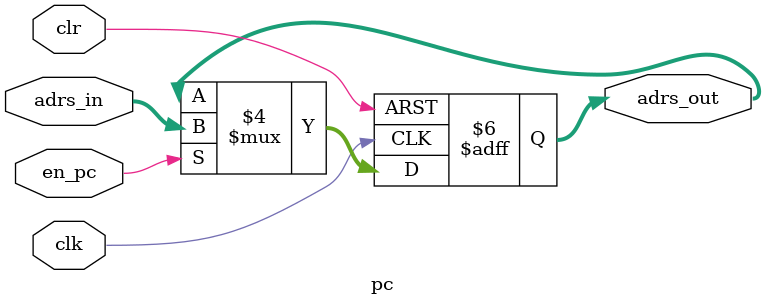
<source format=v>
module pc(
	  clk,
	  clr,
	  adrs_in,
	  adrs_out,
	  en_pc
	  );
   
   input wire clk;
   input wire clr;
   input wire [7:0] adrs_in;
   input wire 	    en_pc;
   
   output  reg [7:0] adrs_out;
   
   always @(posedge clk or negedge clr)
     begin
	if( clr  == 1'b0)
	  begin
	     adrs_out <= 'h0;
	  end
	else if(en_pc == 1'b1)
	  begin
	     adrs_out <= adrs_in;
	  end
     end // always @ (posedge clk or negedge clr)
   
   
   
   
endmodule

</source>
